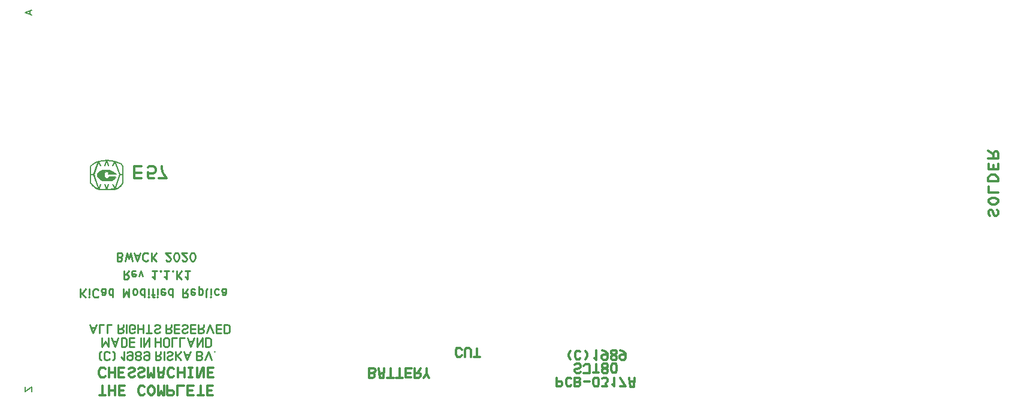
<source format=gbr>
G04 #@! TF.GenerationSoftware,KiCad,Pcbnew,5.1.4+dfsg1-1*
G04 #@! TF.CreationDate,2020-01-26T20:04:24+01:00*
G04 #@! TF.ProjectId,finalchesscard_lvr_draft1,66696e61-6c63-4686-9573-73636172645f,1.1.K1*
G04 #@! TF.SameCoordinates,Original*
G04 #@! TF.FileFunction,Legend,Bot*
G04 #@! TF.FilePolarity,Positive*
%FSLAX46Y46*%
G04 Gerber Fmt 4.6, Leading zero omitted, Abs format (unit mm)*
G04 Created by KiCad (PCBNEW 5.1.4+dfsg1-1) date 2020-01-26 20:04:24*
%MOMM*%
%LPD*%
G04 APERTURE LIST*
%ADD10C,0.220000*%
%ADD11C,0.350000*%
%ADD12C,0.222000*%
%ADD13C,0.300000*%
%ADD14C,0.150000*%
%ADD15C,0.100000*%
G04 APERTURE END LIST*
D10*
X147673057Y-138439514D02*
X147844485Y-138382371D01*
X147901628Y-138325228D01*
X147958771Y-138210942D01*
X147958771Y-138039514D01*
X147901628Y-137925228D01*
X147844485Y-137868085D01*
X147730200Y-137810942D01*
X147273057Y-137810942D01*
X147273057Y-139010942D01*
X147673057Y-139010942D01*
X147787342Y-138953800D01*
X147844485Y-138896657D01*
X147901628Y-138782371D01*
X147901628Y-138668085D01*
X147844485Y-138553800D01*
X147787342Y-138496657D01*
X147673057Y-138439514D01*
X147273057Y-138439514D01*
X148358771Y-139010942D02*
X148644485Y-137810942D01*
X148873057Y-138668085D01*
X149101628Y-137810942D01*
X149387342Y-139010942D01*
X149787342Y-138153800D02*
X150358771Y-138153800D01*
X149673057Y-137810942D02*
X150073057Y-139010942D01*
X150473057Y-137810942D01*
X151558771Y-137925228D02*
X151501628Y-137868085D01*
X151330200Y-137810942D01*
X151215914Y-137810942D01*
X151044485Y-137868085D01*
X150930200Y-137982371D01*
X150873057Y-138096657D01*
X150815914Y-138325228D01*
X150815914Y-138496657D01*
X150873057Y-138725228D01*
X150930200Y-138839514D01*
X151044485Y-138953800D01*
X151215914Y-139010942D01*
X151330200Y-139010942D01*
X151501628Y-138953800D01*
X151558771Y-138896657D01*
X152073057Y-137810942D02*
X152073057Y-139010942D01*
X152758771Y-137810942D02*
X152244485Y-138496657D01*
X152758771Y-139010942D02*
X152073057Y-138325228D01*
X154130200Y-138896657D02*
X154187342Y-138953800D01*
X154301628Y-139010942D01*
X154587342Y-139010942D01*
X154701628Y-138953800D01*
X154758771Y-138896657D01*
X154815914Y-138782371D01*
X154815914Y-138668085D01*
X154758771Y-138496657D01*
X154073057Y-137810942D01*
X154815914Y-137810942D01*
X155558771Y-139010942D02*
X155673057Y-139010942D01*
X155787342Y-138953800D01*
X155844485Y-138896657D01*
X155901628Y-138782371D01*
X155958771Y-138553800D01*
X155958771Y-138268085D01*
X155901628Y-138039514D01*
X155844485Y-137925228D01*
X155787342Y-137868085D01*
X155673057Y-137810942D01*
X155558771Y-137810942D01*
X155444485Y-137868085D01*
X155387342Y-137925228D01*
X155330200Y-138039514D01*
X155273057Y-138268085D01*
X155273057Y-138553800D01*
X155330200Y-138782371D01*
X155387342Y-138896657D01*
X155444485Y-138953800D01*
X155558771Y-139010942D01*
X156415914Y-138896657D02*
X156473057Y-138953800D01*
X156587342Y-139010942D01*
X156873057Y-139010942D01*
X156987342Y-138953800D01*
X157044485Y-138896657D01*
X157101628Y-138782371D01*
X157101628Y-138668085D01*
X157044485Y-138496657D01*
X156358771Y-137810942D01*
X157101628Y-137810942D01*
X157844485Y-139010942D02*
X157958771Y-139010942D01*
X158073057Y-138953800D01*
X158130200Y-138896657D01*
X158187342Y-138782371D01*
X158244485Y-138553800D01*
X158244485Y-138268085D01*
X158187342Y-138039514D01*
X158130200Y-137925228D01*
X158073057Y-137868085D01*
X157958771Y-137810942D01*
X157844485Y-137810942D01*
X157730200Y-137868085D01*
X157673057Y-137925228D01*
X157615914Y-138039514D01*
X157558771Y-138268085D01*
X157558771Y-138553800D01*
X157615914Y-138782371D01*
X157673057Y-138896657D01*
X157730200Y-138953800D01*
X157844485Y-139010942D01*
X142066657Y-142941742D02*
X142066657Y-144141742D01*
X142752371Y-142941742D02*
X142238085Y-143627457D01*
X142752371Y-144141742D02*
X142066657Y-143456028D01*
X143266657Y-142941742D02*
X143266657Y-143741742D01*
X143266657Y-144141742D02*
X143209514Y-144084600D01*
X143266657Y-144027457D01*
X143323800Y-144084600D01*
X143266657Y-144141742D01*
X143266657Y-144027457D01*
X144523800Y-143056028D02*
X144466657Y-142998885D01*
X144295228Y-142941742D01*
X144180942Y-142941742D01*
X144009514Y-142998885D01*
X143895228Y-143113171D01*
X143838085Y-143227457D01*
X143780942Y-143456028D01*
X143780942Y-143627457D01*
X143838085Y-143856028D01*
X143895228Y-143970314D01*
X144009514Y-144084600D01*
X144180942Y-144141742D01*
X144295228Y-144141742D01*
X144466657Y-144084600D01*
X144523800Y-144027457D01*
X145552371Y-142941742D02*
X145552371Y-143570314D01*
X145495228Y-143684600D01*
X145380942Y-143741742D01*
X145152371Y-143741742D01*
X145038085Y-143684600D01*
X145552371Y-142998885D02*
X145438085Y-142941742D01*
X145152371Y-142941742D01*
X145038085Y-142998885D01*
X144980942Y-143113171D01*
X144980942Y-143227457D01*
X145038085Y-143341742D01*
X145152371Y-143398885D01*
X145438085Y-143398885D01*
X145552371Y-143456028D01*
X146638085Y-142941742D02*
X146638085Y-144141742D01*
X146638085Y-142998885D02*
X146523800Y-142941742D01*
X146295228Y-142941742D01*
X146180942Y-142998885D01*
X146123800Y-143056028D01*
X146066657Y-143170314D01*
X146066657Y-143513171D01*
X146123800Y-143627457D01*
X146180942Y-143684600D01*
X146295228Y-143741742D01*
X146523800Y-143741742D01*
X146638085Y-143684600D01*
X148123800Y-142941742D02*
X148123800Y-144141742D01*
X148523800Y-143284600D01*
X148923800Y-144141742D01*
X148923800Y-142941742D01*
X149666657Y-142941742D02*
X149552371Y-142998885D01*
X149495228Y-143056028D01*
X149438085Y-143170314D01*
X149438085Y-143513171D01*
X149495228Y-143627457D01*
X149552371Y-143684600D01*
X149666657Y-143741742D01*
X149838085Y-143741742D01*
X149952371Y-143684600D01*
X150009514Y-143627457D01*
X150066657Y-143513171D01*
X150066657Y-143170314D01*
X150009514Y-143056028D01*
X149952371Y-142998885D01*
X149838085Y-142941742D01*
X149666657Y-142941742D01*
X151095228Y-142941742D02*
X151095228Y-144141742D01*
X151095228Y-142998885D02*
X150980942Y-142941742D01*
X150752371Y-142941742D01*
X150638085Y-142998885D01*
X150580942Y-143056028D01*
X150523800Y-143170314D01*
X150523800Y-143513171D01*
X150580942Y-143627457D01*
X150638085Y-143684600D01*
X150752371Y-143741742D01*
X150980942Y-143741742D01*
X151095228Y-143684600D01*
X151666657Y-142941742D02*
X151666657Y-143741742D01*
X151666657Y-144141742D02*
X151609514Y-144084600D01*
X151666657Y-144027457D01*
X151723800Y-144084600D01*
X151666657Y-144141742D01*
X151666657Y-144027457D01*
X152066657Y-143741742D02*
X152523800Y-143741742D01*
X152238085Y-142941742D02*
X152238085Y-143970314D01*
X152295228Y-144084600D01*
X152409514Y-144141742D01*
X152523800Y-144141742D01*
X152923800Y-142941742D02*
X152923800Y-143741742D01*
X152923800Y-144141742D02*
X152866657Y-144084600D01*
X152923800Y-144027457D01*
X152980942Y-144084600D01*
X152923800Y-144141742D01*
X152923800Y-144027457D01*
X153952371Y-142998885D02*
X153838085Y-142941742D01*
X153609514Y-142941742D01*
X153495228Y-142998885D01*
X153438085Y-143113171D01*
X153438085Y-143570314D01*
X153495228Y-143684600D01*
X153609514Y-143741742D01*
X153838085Y-143741742D01*
X153952371Y-143684600D01*
X154009514Y-143570314D01*
X154009514Y-143456028D01*
X153438085Y-143341742D01*
X155038085Y-142941742D02*
X155038085Y-144141742D01*
X155038085Y-142998885D02*
X154923800Y-142941742D01*
X154695228Y-142941742D01*
X154580942Y-142998885D01*
X154523800Y-143056028D01*
X154466657Y-143170314D01*
X154466657Y-143513171D01*
X154523800Y-143627457D01*
X154580942Y-143684600D01*
X154695228Y-143741742D01*
X154923800Y-143741742D01*
X155038085Y-143684600D01*
X157209514Y-142941742D02*
X156809514Y-143513171D01*
X156523800Y-142941742D02*
X156523800Y-144141742D01*
X156980942Y-144141742D01*
X157095228Y-144084600D01*
X157152371Y-144027457D01*
X157209514Y-143913171D01*
X157209514Y-143741742D01*
X157152371Y-143627457D01*
X157095228Y-143570314D01*
X156980942Y-143513171D01*
X156523800Y-143513171D01*
X158180942Y-142998885D02*
X158066657Y-142941742D01*
X157838085Y-142941742D01*
X157723800Y-142998885D01*
X157666657Y-143113171D01*
X157666657Y-143570314D01*
X157723800Y-143684600D01*
X157838085Y-143741742D01*
X158066657Y-143741742D01*
X158180942Y-143684600D01*
X158238085Y-143570314D01*
X158238085Y-143456028D01*
X157666657Y-143341742D01*
X158752371Y-143741742D02*
X158752371Y-142541742D01*
X158752371Y-143684600D02*
X158866657Y-143741742D01*
X159095228Y-143741742D01*
X159209514Y-143684600D01*
X159266657Y-143627457D01*
X159323800Y-143513171D01*
X159323800Y-143170314D01*
X159266657Y-143056028D01*
X159209514Y-142998885D01*
X159095228Y-142941742D01*
X158866657Y-142941742D01*
X158752371Y-142998885D01*
X160009514Y-142941742D02*
X159895228Y-142998885D01*
X159838085Y-143113171D01*
X159838085Y-144141742D01*
X160466657Y-142941742D02*
X160466657Y-143741742D01*
X160466657Y-144141742D02*
X160409514Y-144084600D01*
X160466657Y-144027457D01*
X160523800Y-144084600D01*
X160466657Y-144141742D01*
X160466657Y-144027457D01*
X161552371Y-142998885D02*
X161438085Y-142941742D01*
X161209514Y-142941742D01*
X161095228Y-142998885D01*
X161038085Y-143056028D01*
X160980942Y-143170314D01*
X160980942Y-143513171D01*
X161038085Y-143627457D01*
X161095228Y-143684600D01*
X161209514Y-143741742D01*
X161438085Y-143741742D01*
X161552371Y-143684600D01*
X162580942Y-142941742D02*
X162580942Y-143570314D01*
X162523800Y-143684600D01*
X162409514Y-143741742D01*
X162180942Y-143741742D01*
X162066657Y-143684600D01*
X162580942Y-142998885D02*
X162466657Y-142941742D01*
X162180942Y-142941742D01*
X162066657Y-142998885D01*
X162009514Y-143113171D01*
X162009514Y-143227457D01*
X162066657Y-143341742D01*
X162180942Y-143398885D01*
X162466657Y-143398885D01*
X162580942Y-143456028D01*
X148863542Y-140350942D02*
X148463542Y-140922371D01*
X148177828Y-140350942D02*
X148177828Y-141550942D01*
X148634971Y-141550942D01*
X148749257Y-141493800D01*
X148806400Y-141436657D01*
X148863542Y-141322371D01*
X148863542Y-141150942D01*
X148806400Y-141036657D01*
X148749257Y-140979514D01*
X148634971Y-140922371D01*
X148177828Y-140922371D01*
X149834971Y-140408085D02*
X149720685Y-140350942D01*
X149492114Y-140350942D01*
X149377828Y-140408085D01*
X149320685Y-140522371D01*
X149320685Y-140979514D01*
X149377828Y-141093800D01*
X149492114Y-141150942D01*
X149720685Y-141150942D01*
X149834971Y-141093800D01*
X149892114Y-140979514D01*
X149892114Y-140865228D01*
X149320685Y-140750942D01*
X150292114Y-141150942D02*
X150577828Y-140350942D01*
X150863542Y-141150942D01*
X152863542Y-140350942D02*
X152177828Y-140350942D01*
X152520685Y-140350942D02*
X152520685Y-141550942D01*
X152406400Y-141379514D01*
X152292114Y-141265228D01*
X152177828Y-141208085D01*
X153377828Y-140465228D02*
X153434971Y-140408085D01*
X153377828Y-140350942D01*
X153320685Y-140408085D01*
X153377828Y-140465228D01*
X153377828Y-140350942D01*
X154577828Y-140350942D02*
X153892114Y-140350942D01*
X154234971Y-140350942D02*
X154234971Y-141550942D01*
X154120685Y-141379514D01*
X154006400Y-141265228D01*
X153892114Y-141208085D01*
X155092114Y-140465228D02*
X155149257Y-140408085D01*
X155092114Y-140350942D01*
X155034971Y-140408085D01*
X155092114Y-140465228D01*
X155092114Y-140350942D01*
X155663542Y-140350942D02*
X155663542Y-141550942D01*
X156349257Y-140350942D02*
X155834971Y-141036657D01*
X156349257Y-141550942D02*
X155663542Y-140865228D01*
X157492114Y-140350942D02*
X156806400Y-140350942D01*
X157149257Y-140350942D02*
X157149257Y-141550942D01*
X157034971Y-141379514D01*
X156920685Y-141265228D01*
X156806400Y-141208085D01*
D11*
X217201800Y-154781138D02*
X217678000Y-154781138D01*
X209978600Y-156051138D02*
X209502400Y-156051138D01*
X210137400Y-156209938D02*
X209978600Y-156051138D01*
X210137400Y-156527438D02*
X210137400Y-156209938D01*
X209899200Y-156686138D02*
X210137400Y-156527438D01*
X209343600Y-156686138D02*
X209899200Y-156686138D01*
X209343600Y-155495538D02*
X209343600Y-156686138D01*
X211248600Y-156686138D02*
X211407400Y-156527438D01*
X210851800Y-156686138D02*
X211248600Y-156686138D01*
X210693000Y-156368738D02*
X210851800Y-156686138D01*
X210693000Y-155813038D02*
X210693000Y-156368738D01*
X210851800Y-155495538D02*
X210693000Y-155813038D01*
X211248600Y-155495538D02*
X210851800Y-155495538D01*
X211407400Y-155654338D02*
X211248600Y-155495538D01*
X212518600Y-155495538D02*
X211963000Y-155495538D01*
X212677400Y-155654338D02*
X212518600Y-155495538D01*
X212677400Y-155813038D02*
X212677400Y-155654338D01*
X212439200Y-156130538D02*
X212677400Y-155813038D01*
D12*
X145875200Y-151781038D02*
X145688500Y-151781038D01*
X146061900Y-151858838D02*
X145875200Y-151781038D01*
X146155200Y-152014338D02*
X146061900Y-151858838D01*
X144786300Y-151858838D02*
X144972900Y-151781038D01*
X144692900Y-152014338D02*
X144786300Y-151858838D01*
X144692900Y-152792138D02*
X144692900Y-152014338D01*
X144786300Y-152947638D02*
X144692900Y-152792138D01*
X144972900Y-153025438D02*
X144786300Y-152947638D01*
D11*
X217043000Y-152796838D02*
X217043000Y-152479338D01*
X217201800Y-152955538D02*
X217043000Y-152796838D01*
X217678000Y-152955538D02*
X217201800Y-152955538D01*
X217836800Y-152796838D02*
X217678000Y-152955538D01*
X217836800Y-152479338D02*
X217836800Y-152796838D01*
X217043000Y-152082438D02*
X217836800Y-152479338D01*
X217043000Y-151764938D02*
X217043000Y-152082438D01*
X217201800Y-151606138D02*
X217043000Y-151764938D01*
X217678000Y-151606138D02*
X217201800Y-151606138D01*
X217836800Y-151764938D02*
X217678000Y-151606138D01*
X217836800Y-152082438D02*
X217836800Y-151764938D01*
X217043000Y-152479338D02*
X217836800Y-152082438D01*
D12*
X162795100Y-147971038D02*
X162328400Y-147971038D01*
X162981800Y-148048838D02*
X162795100Y-147971038D01*
X163075100Y-148204338D02*
X162981800Y-148048838D01*
X163075100Y-148982138D02*
X163075100Y-148204338D01*
X162981800Y-149137638D02*
X163075100Y-148982138D01*
X162795100Y-149215438D02*
X162981800Y-149137638D01*
X162328400Y-149215438D02*
X162795100Y-149215438D01*
X162328400Y-147971038D02*
X162328400Y-149215438D01*
X161239600Y-148593238D02*
X161892900Y-148593238D01*
X161239600Y-149215438D02*
X161892900Y-149215438D01*
X161239600Y-147971038D02*
X161239600Y-149215438D01*
X161892900Y-147971038D02*
X161239600Y-147971038D01*
X160337300Y-147971038D02*
X160804000Y-149215438D01*
X159870600Y-149215438D02*
X160337300Y-147971038D01*
X159155000Y-148593238D02*
X158688400Y-148593238D01*
X159341700Y-148671038D02*
X159155000Y-148593238D01*
X159435000Y-148826538D02*
X159341700Y-148671038D01*
X159435000Y-148982138D02*
X159435000Y-148826538D01*
X159341700Y-149137638D02*
X159435000Y-148982138D01*
X159155000Y-149215438D02*
X159341700Y-149137638D01*
X158688400Y-149215438D02*
X159155000Y-149215438D01*
X158688400Y-147971038D02*
X158688400Y-149215438D01*
X159435000Y-148282138D02*
X159435000Y-147971038D01*
X159341700Y-148437638D02*
X159435000Y-148282138D01*
X159061700Y-148593238D02*
X159341700Y-148437638D01*
X157599400Y-148593238D02*
X158252800Y-148593238D01*
X157599400Y-149215438D02*
X158252800Y-149215438D01*
X157599400Y-147971038D02*
X157599400Y-149215438D01*
X158252800Y-147971038D02*
X157599400Y-147971038D01*
X157070500Y-149137638D02*
X157163800Y-148982138D01*
D11*
X211883600Y-154622438D02*
X212121800Y-154860538D01*
X211883600Y-154384338D02*
X211883600Y-154622438D01*
X212121800Y-154225538D02*
X211883600Y-154384338D01*
X212518600Y-154146138D02*
X212121800Y-154225538D01*
X212756800Y-153987438D02*
X212518600Y-154146138D01*
X212756800Y-153749338D02*
X212756800Y-153987438D01*
X212518600Y-153511138D02*
X212756800Y-153749338D01*
X212121800Y-153511138D02*
X212518600Y-153511138D01*
X211883600Y-153669938D02*
X212121800Y-153511138D01*
X213391800Y-153590538D02*
X213153600Y-153828738D01*
X213868000Y-153590538D02*
X213391800Y-153590538D01*
X214026800Y-153828738D02*
X213868000Y-153590538D01*
X214026800Y-154860538D02*
X214026800Y-153828738D01*
X213153600Y-154860538D02*
X214026800Y-154860538D01*
X214899900Y-154781138D02*
X214899900Y-153590538D01*
X215296800Y-154781138D02*
X214503000Y-154781138D01*
X211052800Y-152508238D02*
X211290900Y-152905138D01*
X211052800Y-152111438D02*
X211052800Y-152508238D01*
X211290900Y-151714538D02*
X211052800Y-152111438D01*
X213629900Y-152082438D02*
X213391800Y-151685538D01*
D13*
X183021600Y-154862362D02*
X183435600Y-154860662D01*
X183218900Y-154836762D02*
X183021600Y-154862362D01*
X183439600Y-154778562D02*
X183218900Y-154836762D01*
X183598300Y-154731062D02*
X183439600Y-154778562D01*
X183713400Y-154662262D02*
X183598300Y-154731062D01*
X183758700Y-154543162D02*
X183713400Y-154662262D01*
X183713400Y-154305062D02*
X183758700Y-154543162D01*
X183515000Y-154185962D02*
X183713400Y-154305062D01*
X182840300Y-154185962D02*
X183515000Y-154185962D01*
X182840300Y-155535362D02*
X182840300Y-154185962D01*
X189230000Y-154185962D02*
X189230000Y-155495662D01*
X188039400Y-154820962D02*
X188674400Y-154820962D01*
X187960000Y-154185962D02*
X188833100Y-154185962D01*
X187960000Y-155455962D02*
X187960000Y-154185962D01*
X188793400Y-155455962D02*
X187960000Y-155455962D01*
X185856600Y-154185962D02*
X185855100Y-155477662D01*
X186293100Y-155495662D02*
X185374500Y-155500362D01*
X184904100Y-154900362D02*
X184277400Y-154907662D01*
X184856300Y-155504062D02*
X184990300Y-154202562D01*
X184343500Y-155507962D02*
X184856300Y-155504062D01*
X184182200Y-154200662D02*
X184343500Y-155507962D01*
X183356200Y-155535362D02*
X182840300Y-155535362D01*
X183475300Y-155455962D02*
X183356200Y-155535362D01*
X183554700Y-155336962D02*
X183475300Y-155455962D01*
X183597200Y-155146262D02*
X183554700Y-155336962D01*
X183554700Y-155019462D02*
X183597200Y-155146262D01*
X183435600Y-154860662D02*
X183554700Y-155019462D01*
D12*
X147997900Y-148671038D02*
X147811200Y-148593238D01*
X148091200Y-148826538D02*
X147997900Y-148671038D01*
X148091200Y-148982138D02*
X148091200Y-148826538D01*
X147997900Y-149137638D02*
X148091200Y-148982138D01*
X147811200Y-149215438D02*
X147997900Y-149137638D01*
X147344600Y-149215438D02*
X147811200Y-149215438D01*
X147344600Y-147971038D02*
X147344600Y-149215438D01*
X148091200Y-148282138D02*
X148091200Y-147971038D01*
X147997900Y-148437638D02*
X148091200Y-148282138D01*
X147717900Y-148593238D02*
X147997900Y-148437638D01*
X145801400Y-147971038D02*
X146454700Y-147971038D01*
X145801400Y-149215438D02*
X145801400Y-147971038D01*
X144712400Y-147971038D02*
X145365800Y-147971038D01*
X144712400Y-149215438D02*
X144712400Y-147971038D01*
X143530200Y-148437638D02*
X144090200Y-148437638D01*
X143810200Y-149215438D02*
X144276900Y-147971038D01*
X143343600Y-147971038D02*
X143810200Y-149215438D01*
X160185600Y-149876038D02*
X159718900Y-149876038D01*
X160372200Y-149953838D02*
X160185600Y-149876038D01*
X160465600Y-150109338D02*
X160372200Y-149953838D01*
X160465600Y-150887138D02*
X160465600Y-150109338D01*
X160372200Y-151042638D02*
X160465600Y-150887138D01*
X160185600Y-151120438D02*
X160372200Y-151042638D01*
X159718900Y-151120438D02*
X160185600Y-151120438D01*
X159718900Y-149876038D02*
X159718900Y-151120438D01*
X159283300Y-149876038D02*
X159283300Y-151120438D01*
X158536600Y-151120438D02*
X159283300Y-149876038D01*
X158536600Y-149876038D02*
X158536600Y-151120438D01*
X157354400Y-150342638D02*
X157914400Y-150342638D01*
X157634400Y-151120438D02*
X158101000Y-149876038D01*
X157167700Y-149876038D02*
X157634400Y-151120438D01*
X156078800Y-149876038D02*
X156732100Y-149876038D01*
D14*
X147351800Y-128666838D02*
X146875500Y-128825538D01*
X147748600Y-128349338D02*
X147351800Y-128666838D01*
X148066100Y-127952438D02*
X147748600Y-128349338D01*
X148066100Y-125571138D02*
X148066100Y-127952438D01*
X147748600Y-125253738D02*
X148066100Y-125571138D01*
X147351800Y-125015538D02*
X147748600Y-125253738D01*
X146875500Y-124856838D02*
X147351800Y-125015538D01*
X145764200Y-124698038D02*
X146875500Y-124856838D01*
X144653000Y-124856838D02*
X145764200Y-124698038D01*
X144256100Y-125015538D02*
X144653000Y-124856838D01*
X143859200Y-125253738D02*
X144256100Y-125015538D01*
X143462400Y-125571138D02*
X143859200Y-125253738D01*
D15*
X145923000Y-126603038D02*
X145923000Y-126682438D01*
X146002400Y-126523738D02*
X145923000Y-126603038D01*
X146002400Y-126444338D02*
X146002400Y-126523738D01*
X145843600Y-126285538D02*
X146002400Y-126444338D01*
X145684900Y-126285538D02*
X145843600Y-126285538D01*
D12*
X149409700Y-152403238D02*
X149409700Y-152481038D01*
X149409700Y-152014338D02*
X149409700Y-152403238D01*
X149316400Y-151858838D02*
X149409700Y-152014338D01*
X149129700Y-151781038D02*
X149316400Y-151858838D01*
X148943000Y-151781038D02*
X149129700Y-151781038D01*
X148756400Y-151858838D02*
X148943000Y-151781038D01*
X148663000Y-152014338D02*
X148756400Y-151858838D01*
X148227400Y-153025438D02*
X148227400Y-151781038D01*
X147760700Y-152558838D02*
X148227400Y-153025438D01*
X146777500Y-151858838D02*
X146590800Y-151781038D01*
X146870800Y-152014338D02*
X146777500Y-151858838D01*
X146870800Y-152792138D02*
X146870800Y-152014338D01*
X146777500Y-152947638D02*
X146870800Y-152792138D01*
X146590800Y-153025438D02*
X146777500Y-152947638D01*
X146061900Y-152947638D02*
X146155200Y-152792138D01*
X145875200Y-153025438D02*
X146061900Y-152947638D01*
X145688500Y-153025438D02*
X145875200Y-153025438D01*
X145501900Y-152947638D02*
X145688500Y-153025438D01*
X145408500Y-152792138D02*
X145501900Y-152947638D01*
X145408500Y-152014338D02*
X145408500Y-152792138D01*
X145501900Y-151858838D02*
X145408500Y-152014338D01*
X145688500Y-151781038D02*
X145501900Y-151858838D01*
X154935500Y-151858838D02*
X155028800Y-152014338D01*
X154748800Y-151781038D02*
X154935500Y-151858838D01*
X154562100Y-151781038D02*
X154748800Y-151781038D01*
X154375500Y-151858838D02*
X154562100Y-151781038D01*
X154282100Y-152014338D02*
X154375500Y-151858838D01*
X153846500Y-151781038D02*
X153846500Y-153025438D01*
X153130900Y-152403238D02*
X152664200Y-152403238D01*
X153317600Y-152481038D02*
X153130900Y-152403238D01*
X153410900Y-152636538D02*
X153317600Y-152481038D01*
X153410900Y-152792138D02*
X153410900Y-152636538D01*
X153317600Y-152947638D02*
X153410900Y-152792138D01*
X153130900Y-153025438D02*
X153317600Y-152947638D01*
X152664200Y-153025438D02*
X153130900Y-153025438D01*
X152664200Y-151781038D02*
X152664200Y-153025438D01*
X153410900Y-152092138D02*
X153410900Y-151781038D01*
X153317600Y-152247638D02*
X153410900Y-152092138D01*
X153037600Y-152403238D02*
X153317600Y-152247638D01*
X151774300Y-152792138D02*
X151774300Y-152403238D01*
X151681000Y-152947638D02*
X151774300Y-152792138D01*
X151494300Y-153025438D02*
X151681000Y-152947638D01*
X151307600Y-153025438D02*
X151494300Y-153025438D01*
X151121000Y-152947638D02*
X151307600Y-153025438D01*
X151027600Y-152792138D02*
X151121000Y-152947638D01*
D11*
X212042400Y-156130538D02*
X212439200Y-156130538D01*
X212598000Y-156130538D02*
X212042400Y-156130538D01*
X212598000Y-156527438D02*
X212598000Y-156130538D01*
X212439200Y-156686138D02*
X212598000Y-156527438D01*
X211883600Y-156686138D02*
X212439200Y-156686138D01*
X211883600Y-155495538D02*
X211883600Y-156686138D01*
X213233000Y-156051138D02*
X214026800Y-156051138D01*
X215931800Y-155495538D02*
X215773000Y-155654338D01*
X216328600Y-155495538D02*
X215931800Y-155495538D01*
X216566800Y-155733738D02*
X216328600Y-155495538D01*
X216566800Y-156051138D02*
X216566800Y-155733738D01*
X216487400Y-156130538D02*
X216566800Y-156051138D01*
X216249200Y-156289338D02*
X216487400Y-156130538D01*
X216249200Y-156448038D02*
X216249200Y-156289338D01*
X216487400Y-156686138D02*
X216249200Y-156448038D01*
X215773000Y-156686138D02*
X216487400Y-156686138D01*
X217439900Y-156686138D02*
X217201800Y-156448038D01*
D13*
X187126600Y-154185962D02*
X187125100Y-155477662D01*
X187563100Y-155495662D02*
X186644500Y-155500362D01*
X190936600Y-154979762D02*
X190936600Y-154185962D01*
X190936600Y-154940062D02*
X190500000Y-155495662D01*
X191333400Y-155495662D02*
X190936600Y-154940062D01*
X189666600Y-154860662D02*
X190103100Y-154185962D01*
X189944400Y-154860662D02*
X189230000Y-154860662D01*
X190103100Y-154979762D02*
X189944400Y-154860662D01*
X190103100Y-155257562D02*
X190103100Y-154979762D01*
X189825300Y-155495662D02*
X190103100Y-155257562D01*
X189230000Y-155495662D02*
X189825300Y-155495662D01*
X196580100Y-151304662D02*
X196977000Y-151304662D01*
X196342000Y-151542862D02*
X196580100Y-151304662D01*
X196342000Y-152574662D02*
X196342000Y-151542862D01*
X195707000Y-151304662D02*
X195945100Y-151542862D01*
X195230800Y-151304662D02*
X195707000Y-151304662D01*
X195072000Y-151701562D02*
X195230800Y-151304662D01*
X195072000Y-152177862D02*
X195072000Y-151701562D01*
X195310100Y-152574662D02*
X195072000Y-152177862D01*
X195707000Y-152574662D02*
X195310100Y-152574662D01*
X195945100Y-152336562D02*
X195707000Y-152574662D01*
D11*
X217439900Y-155495538D02*
X217439900Y-156686138D01*
X219106800Y-156686138D02*
X218313000Y-155495538D01*
X218313000Y-156686138D02*
X219106800Y-156686138D01*
X220297400Y-156051138D02*
X219662400Y-156051138D01*
X219741800Y-156765538D02*
X219583000Y-155495538D01*
X220218000Y-156765538D02*
X219741800Y-156765538D01*
X220376800Y-155495538D02*
X220218000Y-156765538D01*
X271097400Y-123904338D02*
X270303600Y-123348738D01*
X271097400Y-124380538D02*
X271097400Y-123904338D01*
X271097400Y-123666138D02*
X271097400Y-124380538D01*
X271335500Y-123428038D02*
X271097400Y-123666138D01*
X271573600Y-123428038D02*
X271335500Y-123428038D01*
X271732400Y-123666138D02*
X271573600Y-123428038D01*
X271732400Y-124459938D02*
X271732400Y-123666138D01*
X270303600Y-124459938D02*
X271732400Y-124459938D01*
X270303600Y-127158738D02*
X270303600Y-127714338D01*
X270700500Y-126761838D02*
X270303600Y-127158738D01*
X153886600Y-157972738D02*
X153886600Y-156623438D01*
X153727800Y-157972738D02*
X153886600Y-157972738D01*
X153461600Y-157404338D02*
X153727800Y-157972738D01*
X153172200Y-157972738D02*
X153461600Y-157404338D01*
X153013500Y-157972738D02*
X153172200Y-157972738D01*
X153013500Y-156623438D02*
X153013500Y-157972738D01*
X150949700Y-157972738D02*
X151108500Y-157814038D01*
X150473500Y-157972738D02*
X150949700Y-157972738D01*
X150235300Y-157575938D02*
X150473500Y-157972738D01*
X150235400Y-157020338D02*
X150235300Y-157575938D01*
X150473500Y-156623438D02*
X150235400Y-157020338D01*
X150949700Y-156623438D02*
X150473500Y-156623438D01*
X151108500Y-156782138D02*
X150949700Y-156623438D01*
D13*
X198088200Y-152574662D02*
X198088200Y-151384000D01*
X198485100Y-152574662D02*
X197612000Y-152574662D01*
X197215100Y-151542862D02*
X197215100Y-152574662D01*
X196977000Y-151304662D02*
X197215100Y-151542862D01*
D12*
X150498700Y-152481038D02*
X150312000Y-152403238D01*
X150592000Y-152636538D02*
X150498700Y-152481038D01*
X150592000Y-152792138D02*
X150592000Y-152636538D01*
X150498700Y-152947638D02*
X150592000Y-152792138D01*
X150312000Y-153025438D02*
X150498700Y-152947638D01*
X150125300Y-153025438D02*
X150312000Y-153025438D01*
X149938700Y-152947638D02*
X150125300Y-153025438D01*
X149845300Y-152792138D02*
X149938700Y-152947638D01*
X149845300Y-152636538D02*
X149845300Y-152792138D01*
X149938700Y-152481038D02*
X149845300Y-152636538D01*
X150125300Y-152403238D02*
X149938700Y-152481038D01*
X150312000Y-152403238D02*
X150125300Y-152403238D01*
X149409700Y-152792138D02*
X149409700Y-152403238D01*
X149316400Y-152947638D02*
X149409700Y-152792138D01*
X149129700Y-153025438D02*
X149316400Y-152947638D01*
X148943000Y-153025438D02*
X149129700Y-153025438D01*
X148756400Y-152947638D02*
X148943000Y-153025438D01*
X148663000Y-152792138D02*
X148756400Y-152947638D01*
X148663000Y-152558838D02*
X148663000Y-152792138D01*
X148756400Y-152403238D02*
X148663000Y-152558838D01*
X148943000Y-152325438D02*
X148756400Y-152403238D01*
X149129700Y-152325438D02*
X148943000Y-152325438D01*
X149409700Y-152481038D02*
X149129700Y-152325438D01*
D11*
X155765500Y-156606838D02*
X156638600Y-156606838D01*
X155765500Y-157956138D02*
X155765500Y-156606838D01*
X155051100Y-157321138D02*
X154416100Y-157321138D01*
X155209900Y-157479938D02*
X155051100Y-157321138D01*
X155209900Y-157797438D02*
X155209900Y-157479938D01*
X155051100Y-157956138D02*
X155209900Y-157797438D01*
X154416100Y-157956138D02*
X155051100Y-157956138D01*
X154336800Y-157876838D02*
X154416100Y-157956138D01*
X154336800Y-156606838D02*
X154336800Y-157876838D01*
X151902200Y-156623438D02*
X151584700Y-157020338D01*
X152219700Y-156623438D02*
X151902200Y-156623438D01*
X152537200Y-157020338D02*
X152219700Y-156623438D01*
X152537200Y-157575938D02*
X152537200Y-157020338D01*
X152219700Y-157972738D02*
X152537200Y-157575938D01*
X151902200Y-157972738D02*
X152219700Y-157972738D01*
X151584700Y-157575938D02*
X151902200Y-157972738D01*
X151584700Y-157020338D02*
X151584700Y-157575938D01*
D12*
X159216600Y-152792138D02*
X159216600Y-152636538D01*
X159123300Y-152947638D02*
X159216600Y-152792138D01*
X158936600Y-153025438D02*
X159123300Y-152947638D01*
X158469900Y-153025438D02*
X158936600Y-153025438D01*
X158469900Y-151781038D02*
X158469900Y-153025438D01*
X156833400Y-152247638D02*
X157393400Y-152247638D01*
X157113400Y-153025438D02*
X157580100Y-151781038D01*
X156646700Y-151781038D02*
X157113400Y-153025438D01*
X155744400Y-152403238D02*
X156211100Y-151781038D01*
X155464400Y-152169938D02*
X156211100Y-153025438D01*
X155464400Y-151781038D02*
X155464400Y-153025438D01*
X154935500Y-152947638D02*
X155028800Y-152792138D01*
X154748800Y-153025438D02*
X154935500Y-152947638D01*
X154562100Y-153025438D02*
X154748800Y-153025438D01*
X154375500Y-152947638D02*
X154562100Y-153025438D01*
X154282100Y-152792138D02*
X154375500Y-152947638D01*
X154282100Y-152636538D02*
X154282100Y-152792138D01*
X154375500Y-152481038D02*
X154282100Y-152636538D01*
X154562100Y-152403238D02*
X154375500Y-152481038D01*
X154748800Y-152403238D02*
X154562100Y-152403238D01*
X154935500Y-152325438D02*
X154748800Y-152403238D01*
X155028800Y-152169938D02*
X154935500Y-152325438D01*
X155028800Y-152014338D02*
X155028800Y-152169938D01*
D11*
X218471800Y-152241138D02*
X219106800Y-152241138D01*
X218233600Y-152399938D02*
X218471800Y-152241138D01*
X218233600Y-152717438D02*
X218233600Y-152399938D01*
X218471800Y-152955538D02*
X218233600Y-152717438D01*
X218868600Y-152955538D02*
X218471800Y-152955538D01*
X219106800Y-152717438D02*
X218868600Y-152955538D01*
X219106800Y-152082438D02*
X219106800Y-152717438D01*
X218630500Y-151685538D02*
X219106800Y-152082438D01*
X218313000Y-151606138D02*
X218630500Y-151685538D01*
X215931800Y-152241138D02*
X216566800Y-152241138D01*
X215693600Y-152399938D02*
X215931800Y-152241138D01*
X215693600Y-152717438D02*
X215693600Y-152399938D01*
X215931800Y-152955538D02*
X215693600Y-152717438D01*
X216328600Y-152955538D02*
X215931800Y-152955538D01*
X216566800Y-152717438D02*
X216328600Y-152955538D01*
X216566800Y-152082438D02*
X216566800Y-152717438D01*
X216090500Y-151685538D02*
X216566800Y-152082438D01*
X215773000Y-151606138D02*
X216090500Y-151685538D01*
X212518600Y-154860538D02*
X212756800Y-154701838D01*
X212121800Y-154860538D02*
X212518600Y-154860538D01*
D12*
X156883800Y-149215438D02*
X157070500Y-149137638D01*
X156697200Y-149215438D02*
X156883800Y-149215438D01*
X156510500Y-149137638D02*
X156697200Y-149215438D01*
X156417200Y-148982138D02*
X156510500Y-149137638D01*
X156417200Y-148826538D02*
X156417200Y-148982138D01*
X156510500Y-148671038D02*
X156417200Y-148826538D01*
X156697200Y-148593238D02*
X156510500Y-148671038D01*
X156883800Y-148593238D02*
X156697200Y-148593238D01*
X157070500Y-148515438D02*
X156883800Y-148593238D01*
X157163800Y-148359938D02*
X157070500Y-148515438D01*
X157163800Y-148204338D02*
X157163800Y-148359938D01*
X157070500Y-148048838D02*
X157163800Y-148204338D01*
X156883800Y-147971038D02*
X157070500Y-148048838D01*
X156697200Y-147971038D02*
X156883800Y-147971038D01*
X156510500Y-148048838D02*
X156697200Y-147971038D01*
X156417200Y-148204338D02*
X156510500Y-148048838D01*
X155328200Y-148593238D02*
X155981600Y-148593238D01*
X155328200Y-149215438D02*
X155981600Y-149215438D01*
X155328200Y-147971038D02*
X155328200Y-149215438D01*
X155981600Y-147971038D02*
X155328200Y-147971038D01*
X154612600Y-148593238D02*
X154146000Y-148593238D01*
X154799300Y-148671038D02*
X154612600Y-148593238D01*
X154892600Y-148826538D02*
X154799300Y-148671038D01*
X154892600Y-148982138D02*
X154892600Y-148826538D01*
X154799300Y-149137638D02*
X154892600Y-148982138D01*
X154612600Y-149215438D02*
X154799300Y-149137638D01*
X154146000Y-149215438D02*
X154612600Y-149215438D01*
X154146000Y-147971038D02*
X154146000Y-149215438D01*
X154892600Y-148282138D02*
X154892600Y-147971038D01*
X154799300Y-148437638D02*
X154892600Y-148282138D01*
X154519300Y-148593238D02*
X154799300Y-148437638D01*
X153162700Y-149137638D02*
X153256000Y-148982138D01*
X152976000Y-149215438D02*
X153162700Y-149137638D01*
X152789400Y-149215438D02*
X152976000Y-149215438D01*
X156078800Y-151120438D02*
X156078800Y-149876038D01*
X154989900Y-149876038D02*
X155643200Y-149876038D01*
X154989900Y-151120438D02*
X154989900Y-149876038D01*
X154460900Y-151042638D02*
X154554300Y-150887138D01*
X154274300Y-151120438D02*
X154460900Y-151042638D01*
X154087600Y-151120438D02*
X154274300Y-151120438D01*
X153900900Y-151042638D02*
X154087600Y-151120438D01*
X153807600Y-150887138D02*
X153900900Y-151042638D01*
X153807600Y-150109338D02*
X153807600Y-150887138D01*
X153900900Y-149953838D02*
X153807600Y-150109338D01*
X154087600Y-149876038D02*
X153900900Y-149953838D01*
X154274300Y-149876038D02*
X154087600Y-149876038D01*
X154460900Y-149953838D02*
X154274300Y-149876038D01*
X154554300Y-150109338D02*
X154460900Y-149953838D01*
X154554300Y-150887138D02*
X154554300Y-150109338D01*
X152625300Y-150498238D02*
X153372000Y-150498238D01*
X153372000Y-149876038D02*
X153372000Y-151120438D01*
X152625300Y-149876038D02*
X152625300Y-151120438D01*
X151735400Y-149876038D02*
X151735400Y-151120438D01*
X150988700Y-151120438D02*
X151735400Y-149876038D01*
X150988700Y-149876038D02*
X150988700Y-151120438D01*
X150553100Y-149876038D02*
X150553100Y-151120438D01*
X149009900Y-150498238D02*
X149663200Y-150498238D01*
X149009900Y-151120438D02*
X149663200Y-151120438D01*
X149009900Y-149876038D02*
X149009900Y-151120438D01*
X149663200Y-149876038D02*
X149009900Y-149876038D01*
X148294300Y-149876038D02*
X147827600Y-149876038D01*
X148480900Y-149953838D02*
X148294300Y-149876038D01*
X148574300Y-150109338D02*
X148480900Y-149953838D01*
X148574300Y-150887138D02*
X148574300Y-150109338D01*
D11*
X211963000Y-152003038D02*
X211963000Y-152558738D01*
X212121800Y-151685538D02*
X211963000Y-152003038D01*
X212518600Y-151685538D02*
X212121800Y-151685538D01*
X212677400Y-151844338D02*
X212518600Y-151685538D01*
X214503000Y-156368738D02*
X214661800Y-156686138D01*
X214503000Y-155813038D02*
X214503000Y-156368738D01*
X214661800Y-155495538D02*
X214503000Y-155813038D01*
X215138000Y-155495538D02*
X214661800Y-155495538D01*
X215296800Y-155813038D02*
X215138000Y-155495538D01*
X215296800Y-156368738D02*
X215296800Y-155813038D01*
X215138000Y-156686138D02*
X215296800Y-156368738D01*
X214661800Y-156686138D02*
X215138000Y-156686138D01*
X217043000Y-154384338D02*
X217201800Y-154781138D01*
X217043000Y-153908038D02*
X217043000Y-154384338D01*
X217201800Y-153511138D02*
X217043000Y-153908038D01*
X217678000Y-153511138D02*
X217201800Y-153511138D01*
X217836800Y-153908038D02*
X217678000Y-153511138D01*
X217836800Y-154384338D02*
X217836800Y-153908038D01*
X217678000Y-154781138D02*
X217836800Y-154384338D01*
X147510500Y-157956138D02*
X147510500Y-156606838D01*
X148304200Y-157956138D02*
X147510500Y-157956138D01*
X146954900Y-156606838D02*
X146954900Y-157956138D01*
X146954900Y-157321138D02*
X146954900Y-156606838D01*
X146081800Y-157321138D02*
X146954900Y-157321138D01*
X146081800Y-157956138D02*
X146081800Y-157321138D01*
X146081800Y-156606838D02*
X146081800Y-157956138D01*
X159972400Y-157321138D02*
X160607400Y-157321138D01*
X159972400Y-156606838D02*
X160766100Y-156606838D01*
X159972400Y-157956138D02*
X159972400Y-156606838D01*
X160766100Y-157956138D02*
X159972400Y-157956138D01*
X157194200Y-157321138D02*
X157829200Y-157321138D01*
X159019900Y-157956138D02*
X159019900Y-156606838D01*
X158623000Y-157956138D02*
X159496100Y-157956138D01*
X157194200Y-156606838D02*
X157988000Y-156606838D01*
X157194200Y-157956138D02*
X157194200Y-156606838D01*
X157988000Y-157956138D02*
X157194200Y-157956138D01*
D12*
X151027600Y-152558838D02*
X151027600Y-152792138D01*
X151121000Y-152403238D02*
X151027600Y-152558838D01*
X151307600Y-152325438D02*
X151121000Y-152403238D01*
X151494300Y-152325438D02*
X151307600Y-152325438D01*
X151774300Y-152481038D02*
X151494300Y-152325438D01*
X151774300Y-152403238D02*
X151774300Y-152481038D01*
X151774300Y-152014338D02*
X151774300Y-152403238D01*
X151681000Y-151858838D02*
X151774300Y-152014338D01*
X151494300Y-151781038D02*
X151681000Y-151858838D01*
X151307600Y-151781038D02*
X151494300Y-151781038D01*
X151121000Y-151858838D02*
X151307600Y-151781038D01*
X151027600Y-152014338D02*
X151121000Y-151858838D01*
X149938700Y-152325438D02*
X150125300Y-152403238D01*
X149845300Y-152169938D02*
X149938700Y-152325438D01*
X149845300Y-152014338D02*
X149845300Y-152169938D01*
X149938700Y-151858838D02*
X149845300Y-152014338D01*
X150125300Y-151781038D02*
X149938700Y-151858838D01*
X150312000Y-151781038D02*
X150125300Y-151781038D01*
X150498700Y-151858838D02*
X150312000Y-151781038D01*
X150592000Y-152014338D02*
X150498700Y-151858838D01*
X150592000Y-152169938D02*
X150592000Y-152014338D01*
X150498700Y-152325438D02*
X150592000Y-152169938D01*
X150312000Y-152403238D02*
X150498700Y-152325438D01*
D11*
X148224900Y-155416138D02*
X147431100Y-155416138D01*
X146954900Y-154066838D02*
X146954900Y-155416138D01*
X146954900Y-154781138D02*
X146954900Y-154066838D01*
X146081800Y-154781138D02*
X146954900Y-154781138D01*
X146081800Y-155416138D02*
X146081800Y-154781138D01*
X146081800Y-154066838D02*
X146081800Y-155416138D01*
X145393500Y-155432738D02*
X145552200Y-155274038D01*
X144917200Y-155432738D02*
X145393500Y-155432738D01*
X144679100Y-155035938D02*
X144917200Y-155432738D01*
X144679100Y-154480338D02*
X144679100Y-155035938D01*
X144917200Y-154083438D02*
X144679100Y-154480338D01*
X145393500Y-154083438D02*
X144917200Y-154083438D01*
X145552200Y-154242138D02*
X145393500Y-154083438D01*
X145129200Y-157956138D02*
X145129200Y-156606838D01*
X144732400Y-157956138D02*
X145605500Y-157956138D01*
X147510500Y-157321138D02*
X148145500Y-157321138D01*
X147510500Y-156606838D02*
X148304200Y-156606838D01*
X155844900Y-154066838D02*
X155844900Y-155416138D01*
X155077200Y-155432738D02*
X155236000Y-155274038D01*
X154601000Y-155432738D02*
X155077200Y-155432738D01*
X154362800Y-155035938D02*
X154601000Y-155432738D01*
X154362800Y-154480338D02*
X154362800Y-155035938D01*
X154601000Y-154083438D02*
X154362800Y-154480338D01*
X155077200Y-154083438D02*
X154601000Y-154083438D01*
X155236000Y-154242138D02*
X155077200Y-154083438D01*
X152457800Y-155432738D02*
X152457800Y-154083438D01*
X152299100Y-155432738D02*
X152457800Y-155432738D01*
X152032800Y-154864338D02*
X152299100Y-155432738D01*
X151743400Y-155432738D02*
X152032800Y-154864338D01*
X151584700Y-155432738D02*
X151743400Y-155432738D01*
X151584700Y-154083438D02*
X151584700Y-155432738D01*
X147431100Y-154781138D02*
X148066100Y-154781138D01*
X147431100Y-154066838D02*
X148224900Y-154066838D01*
X147431100Y-155416138D02*
X147431100Y-154066838D01*
X153066800Y-154066838D02*
X153146100Y-155416138D01*
X157353000Y-155416138D02*
X157829200Y-155416138D01*
X157591100Y-154066838D02*
X157591100Y-155416138D01*
X157353000Y-154066838D02*
X157829200Y-154066838D01*
X158543600Y-155416138D02*
X158543600Y-154066838D01*
X158781800Y-155416138D02*
X158543600Y-155416138D01*
X159258000Y-154066838D02*
X158781800Y-155416138D01*
X159496100Y-154066838D02*
X159258000Y-154066838D01*
X159496100Y-155416138D02*
X159496100Y-154066838D01*
X160051800Y-154781138D02*
X160686800Y-154781138D01*
X160051800Y-154066838D02*
X160845500Y-154066838D01*
X160051800Y-155416138D02*
X160051800Y-154066838D01*
X160845500Y-155416138D02*
X160051800Y-155416138D01*
X156718000Y-154066838D02*
X156718000Y-155416138D01*
X156718000Y-154781138D02*
X156718000Y-154066838D01*
X155844900Y-154781138D02*
X156718000Y-154781138D01*
X155844900Y-155416138D02*
X155844900Y-154781138D01*
X150844200Y-154066838D02*
X151082400Y-154304938D01*
X150447400Y-154066838D02*
X150844200Y-154066838D01*
X150209200Y-154225538D02*
X150447400Y-154066838D01*
X149494900Y-155416138D02*
X149733000Y-155257438D01*
X149098000Y-155416138D02*
X149494900Y-155416138D01*
X148859900Y-155178038D02*
X149098000Y-155416138D01*
X148859900Y-154939938D02*
X148859900Y-155178038D01*
X149098000Y-154781138D02*
X148859900Y-154939938D01*
X149494900Y-154701838D02*
X149098000Y-154781138D01*
X149733000Y-154543038D02*
X149494900Y-154701838D01*
X149733000Y-154304938D02*
X149733000Y-154543038D01*
X149494900Y-154066838D02*
X149733000Y-154304938D01*
X149098000Y-154066838D02*
X149494900Y-154066838D01*
X148859900Y-154225538D02*
X149098000Y-154066838D01*
X153146100Y-154781138D02*
X153781100Y-154781138D01*
X153701800Y-155416138D02*
X153860500Y-154066838D01*
X153146100Y-155416138D02*
X153701800Y-155416138D01*
X213629900Y-152479338D02*
X213629900Y-152082438D01*
X213391800Y-152876138D02*
X213629900Y-152479338D01*
X214899900Y-152955538D02*
X214661800Y-152717438D01*
X214899900Y-151606138D02*
X214899900Y-152955538D01*
X215773000Y-154701838D02*
X215773000Y-154384338D01*
X215931800Y-154860538D02*
X215773000Y-154701838D01*
X216408000Y-154860538D02*
X215931800Y-154860538D01*
X216566800Y-154701838D02*
X216408000Y-154860538D01*
X216566800Y-154384338D02*
X216566800Y-154701838D01*
X215773000Y-153987438D02*
X216566800Y-154384338D01*
X215773000Y-153669938D02*
X215773000Y-153987438D01*
X215931800Y-153511138D02*
X215773000Y-153669938D01*
X216408000Y-153511138D02*
X215931800Y-153511138D01*
X216566800Y-153669938D02*
X216408000Y-153511138D01*
X216566800Y-153987438D02*
X216566800Y-153669938D01*
X215773000Y-154384338D02*
X216566800Y-153987438D01*
X212518600Y-152876138D02*
X212677400Y-152717438D01*
X212121800Y-152876138D02*
X212518600Y-152876138D01*
X211963000Y-152558738D02*
X212121800Y-152876138D01*
D15*
X146478600Y-126206138D02*
X146081800Y-126047438D01*
X147113600Y-126682438D02*
X146478600Y-126206138D01*
X145923000Y-126682438D02*
X147113600Y-126682438D01*
G36*
X146478600Y-126206138D02*
G01*
X147113600Y-126682438D01*
X145923000Y-126682438D01*
X145923000Y-126603038D01*
X146002400Y-126523738D01*
X146002400Y-126444338D01*
X145843600Y-126285538D01*
X145684900Y-126285538D01*
X145446800Y-126523738D01*
X145446800Y-126999938D01*
X145684900Y-127238038D01*
X145843600Y-127238038D01*
X146081800Y-126999938D01*
X146954900Y-126999938D01*
X147034200Y-127079338D01*
X147034200Y-127158738D01*
X146637400Y-127476138D01*
X146399200Y-127555538D01*
X145129200Y-127555538D01*
X144811800Y-127396838D01*
X144414900Y-126999938D01*
X144414900Y-126603038D01*
X144811800Y-126206138D01*
X145129200Y-126047438D01*
X146081800Y-126047438D01*
X146478600Y-126206138D01*
G37*
D11*
X153543000Y-125809338D02*
X153543000Y-125571138D01*
X153622400Y-126285538D02*
X153543000Y-125809338D01*
X153781100Y-126682438D02*
X153622400Y-126285538D01*
X154019200Y-126999938D02*
X153781100Y-126682438D01*
X154257400Y-127238038D02*
X154019200Y-126999938D01*
X153146100Y-127238038D02*
X154257400Y-127238038D01*
X151796800Y-125571138D02*
X151558600Y-125729938D01*
X152352400Y-125571138D02*
X151796800Y-125571138D01*
X152590500Y-125729938D02*
X152352400Y-125571138D01*
X152669900Y-125968038D02*
X152590500Y-125729938D01*
X152669900Y-126206138D02*
X152669900Y-125968038D01*
X152590500Y-126444338D02*
X152669900Y-126206138D01*
X152352400Y-126603038D02*
X152590500Y-126444338D01*
X151796800Y-126603038D02*
X152352400Y-126603038D01*
X151558600Y-126444338D02*
X151796800Y-126603038D01*
X151558600Y-127079338D02*
X151558600Y-126444338D01*
X151717400Y-127238038D02*
X151558600Y-127079338D01*
X152431800Y-127238038D02*
X151717400Y-127238038D01*
X150685500Y-126523738D02*
X149733000Y-126523738D01*
X149653600Y-127238038D02*
X150685500Y-127238038D01*
X149653600Y-125571138D02*
X149653600Y-127238038D01*
X150685500Y-125571138D02*
X149653600Y-125571138D01*
X150844200Y-155416138D02*
X151082400Y-155257438D01*
X150447400Y-155416138D02*
X150844200Y-155416138D01*
X150209200Y-155178038D02*
X150447400Y-155416138D01*
X150209200Y-154939938D02*
X150209200Y-155178038D01*
X150447400Y-154781138D02*
X150209200Y-154939938D01*
X150844200Y-154701838D02*
X150447400Y-154781138D01*
X151082400Y-154543038D02*
X150844200Y-154701838D01*
X151082400Y-154304938D02*
X151082400Y-154543038D01*
D14*
X146002400Y-128111138D02*
X145764200Y-128904938D01*
X146954900Y-128746138D02*
X146637400Y-128111138D01*
X147589900Y-126761838D02*
X146954900Y-128746138D01*
X146954900Y-124936138D02*
X147589900Y-126761838D01*
X146637400Y-125491838D02*
X146954900Y-124936138D01*
X145764200Y-124698038D02*
X146002400Y-125491838D01*
X145526100Y-125491838D02*
X145764200Y-124698038D01*
X144573600Y-124936138D02*
X144891100Y-125491838D01*
X143938600Y-126761838D02*
X144573600Y-124936138D01*
X148066100Y-126761838D02*
X147589900Y-126761838D01*
X143462400Y-126761838D02*
X143938600Y-126761838D01*
X143462400Y-127952438D02*
X143462400Y-125571138D01*
X143859200Y-128349338D02*
X143462400Y-127952438D01*
X144256100Y-128666838D02*
X143859200Y-128349338D01*
X144653000Y-128825538D02*
X144256100Y-128666838D01*
X145764200Y-128904938D02*
X144653000Y-128825538D01*
X146875500Y-128825538D02*
X145764200Y-128904938D01*
D11*
X271698500Y-125996638D02*
X270349100Y-125996638D01*
X271698500Y-125202938D02*
X271698500Y-125996638D01*
X270349100Y-129330438D02*
X270349100Y-128457238D01*
X271698500Y-129330438D02*
X270349100Y-129330438D01*
X270365700Y-130653738D02*
X270762600Y-130971138D01*
X270365700Y-130336138D02*
X270365700Y-130653738D01*
X270762600Y-130018738D02*
X270365700Y-130336138D01*
X271318200Y-130018738D02*
X270762600Y-130018738D01*
X271715000Y-130336238D02*
X271318200Y-130018738D01*
X271715000Y-130653738D02*
X271715000Y-130336238D01*
X271318200Y-130971138D02*
X271715000Y-130653738D01*
X270762600Y-130971138D02*
X271318200Y-130971138D01*
D14*
X144653000Y-128825538D02*
X143938600Y-126761838D01*
X144891100Y-128111138D02*
X144653000Y-128825538D01*
X145764200Y-128904938D02*
X145526100Y-128111138D01*
D12*
X152602700Y-149137638D02*
X152789400Y-149215438D01*
X152509400Y-148982138D02*
X152602700Y-149137638D01*
X152509400Y-148826538D02*
X152509400Y-148982138D01*
X152602700Y-148671038D02*
X152509400Y-148826538D01*
X152789400Y-148593238D02*
X152602700Y-148671038D01*
X152976000Y-148593238D02*
X152789400Y-148593238D01*
X153162700Y-148515438D02*
X152976000Y-148593238D01*
X153256000Y-148359938D02*
X153162700Y-148515438D01*
X153256000Y-148204338D02*
X153256000Y-148359938D01*
X153162700Y-148048838D02*
X153256000Y-148204338D01*
X152976000Y-147971038D02*
X153162700Y-148048838D01*
X152789400Y-147971038D02*
X152976000Y-147971038D01*
X152602700Y-148048838D02*
X152789400Y-147971038D01*
X152509400Y-148204338D02*
X152602700Y-148048838D01*
X151327000Y-149215438D02*
X152073700Y-149215438D01*
X151700400Y-147971038D02*
X151700400Y-149215438D01*
X150144800Y-148593238D02*
X150891400Y-148593238D01*
X150891400Y-147971038D02*
X150891400Y-149215438D01*
X150144800Y-147971038D02*
X150144800Y-149215438D01*
X149615800Y-149137638D02*
X149709100Y-148982138D01*
X149429100Y-149215438D02*
X149615800Y-149137638D01*
X149242400Y-149215438D02*
X149429100Y-149215438D01*
X149055800Y-149137638D02*
X149242400Y-149215438D01*
X148962400Y-148982138D02*
X149055800Y-149137638D01*
X148962400Y-148204338D02*
X148962400Y-148982138D01*
X149055800Y-148048838D02*
X148962400Y-148204338D01*
X149242400Y-147971038D02*
X149055800Y-148048838D01*
X149429100Y-147971038D02*
X149242400Y-147971038D01*
X149615800Y-148048838D02*
X149429100Y-147971038D01*
X149709100Y-148204338D02*
X149615800Y-148048838D01*
X149709100Y-148593238D02*
X149709100Y-148204338D01*
X149335800Y-148593238D02*
X149709100Y-148593238D01*
X148526800Y-147971038D02*
X148526800Y-149215438D01*
X147811200Y-148593238D02*
X147344600Y-148593238D01*
D11*
X271335500Y-126761838D02*
X270700500Y-126761838D01*
X271732400Y-127238038D02*
X271335500Y-126761838D01*
X271732400Y-127714338D02*
X271732400Y-127238038D01*
X270303600Y-127714338D02*
X271732400Y-127714338D01*
X271698500Y-131949738D02*
X271539700Y-131711638D01*
X271698400Y-132346638D02*
X271698500Y-131949738D01*
X271460300Y-132584738D02*
X271698400Y-132346638D01*
X271222200Y-132584738D02*
X271460300Y-132584738D01*
X271063400Y-132346638D02*
X271222200Y-132584738D01*
X270984100Y-131949738D02*
X271063400Y-132346638D01*
X270825300Y-131711638D02*
X270984100Y-131949738D01*
X270587200Y-131711638D02*
X270825300Y-131711638D01*
X270349100Y-131949738D02*
X270587200Y-131711638D01*
X270349100Y-132346638D02*
X270349100Y-131949738D01*
X270507800Y-132584738D02*
X270349100Y-132346638D01*
X271063500Y-125996638D02*
X271063400Y-125361638D01*
X270349100Y-125996638D02*
X270349100Y-125202938D01*
D15*
X145446800Y-126523738D02*
X145684900Y-126285538D01*
X145446800Y-126999938D02*
X145446800Y-126523738D01*
X145684900Y-127238038D02*
X145446800Y-126999938D01*
X145843600Y-127238038D02*
X145684900Y-127238038D01*
X146081800Y-126999938D02*
X145843600Y-127238038D01*
X146954900Y-126999938D02*
X146081800Y-126999938D01*
X147034200Y-127079338D02*
X146954900Y-126999938D01*
X147034200Y-127158738D02*
X147034200Y-127079338D01*
X146637400Y-127476138D02*
X147034200Y-127158738D01*
X146399200Y-127555538D02*
X146637400Y-127476138D01*
X145129200Y-127555538D02*
X146399200Y-127555538D01*
X144811800Y-127396838D02*
X145129200Y-127555538D01*
X144414900Y-126999938D02*
X144811800Y-127396838D01*
X144414900Y-126603038D02*
X144414900Y-126999938D01*
X144811800Y-126206138D02*
X144414900Y-126603038D01*
X145129200Y-126047438D02*
X144811800Y-126206138D01*
X146081800Y-126047438D02*
X145129200Y-126047438D01*
D12*
X148480900Y-151042638D02*
X148574300Y-150887138D01*
X148294300Y-151120438D02*
X148480900Y-151042638D01*
X147827600Y-151120438D02*
X148294300Y-151120438D01*
X147827600Y-149876038D02*
X147827600Y-151120438D01*
X146645400Y-150342638D02*
X147205400Y-150342638D01*
X146925400Y-151120438D02*
X147392000Y-149876038D01*
X146458700Y-149876038D02*
X146925400Y-151120438D01*
X146023100Y-151120438D02*
X146023100Y-149876038D01*
X145556500Y-150342638D02*
X146023100Y-151120438D01*
X145089800Y-151120438D02*
X145556500Y-150342638D01*
X145089800Y-149876038D02*
X145089800Y-151120438D01*
X161021100Y-151781038D02*
X161021100Y-151781038D01*
X160118900Y-151781038D02*
X160585600Y-153025438D01*
X159652200Y-153025438D02*
X160118900Y-151781038D01*
X158469900Y-152403238D02*
X158936600Y-152403238D01*
X158936600Y-151781038D02*
X158469900Y-151781038D01*
X159123300Y-151858838D02*
X158936600Y-151781038D01*
X159216600Y-152014338D02*
X159123300Y-151858838D01*
X159216600Y-152169938D02*
X159216600Y-152014338D01*
X159123300Y-152325438D02*
X159216600Y-152169938D01*
X158936600Y-152403238D02*
X159123300Y-152325438D01*
X159123300Y-152481038D02*
X158936600Y-152403238D01*
X159216600Y-152636538D02*
X159123300Y-152481038D01*
D14*
X143484600Y-126758700D02*
X143903700Y-126758700D01*
X147586700Y-126758700D02*
X148018500Y-126758700D01*
X146964400Y-128714500D02*
X146634200Y-128117600D01*
X147586700Y-126771400D02*
X146964400Y-128714500D01*
X146951700Y-124891800D02*
X147586700Y-126771400D01*
X146634200Y-125501400D02*
X146951700Y-124891800D01*
X145757900Y-124714000D02*
X146011900Y-125501400D01*
X145770600Y-124701300D02*
X145529300Y-125501400D01*
X144576800Y-124929900D02*
X144894300Y-125488700D01*
X143929100Y-126746000D02*
X144576800Y-124929900D01*
X144665700Y-128803400D02*
X143929100Y-126746000D01*
X144881600Y-128104900D02*
X144665700Y-128803400D01*
X145757900Y-128892300D02*
X145999200Y-128117600D01*
X145529300Y-128117600D02*
X145757900Y-128892300D01*
X144665700Y-128828800D02*
X145770600Y-128892300D01*
X144233900Y-128651000D02*
X144665700Y-128828800D01*
X143827500Y-128320800D02*
X144233900Y-128651000D01*
X143459200Y-127952500D02*
X143827500Y-128320800D01*
X143459200Y-125564900D02*
X143459200Y-127952500D01*
X143852900Y-125247400D02*
X143459200Y-125564900D01*
X144284700Y-125006100D02*
X143852900Y-125247400D01*
X144678400Y-124853700D02*
X144284700Y-125006100D01*
X145770600Y-124701300D02*
X144678400Y-124853700D01*
X146913600Y-124866400D02*
X145770600Y-124701300D01*
X147358100Y-125018800D02*
X146913600Y-124866400D01*
X147751800Y-125260100D02*
X147358100Y-125018800D01*
X148069300Y-125577600D02*
X147751800Y-125260100D01*
X148069300Y-127952500D02*
X148069300Y-125577600D01*
X147739100Y-128358900D02*
X148069300Y-127952500D01*
X147358100Y-128663700D02*
X147739100Y-128358900D01*
X146913600Y-128816100D02*
X147358100Y-128663700D01*
X145770600Y-128892300D02*
X146913600Y-128816100D01*
D15*
G36*
X146478600Y-126206200D02*
G01*
X147113600Y-126682500D01*
X145923000Y-126682500D01*
X145923000Y-126603100D01*
X146002400Y-126523800D01*
X146002400Y-126444400D01*
X145843600Y-126285600D01*
X145684900Y-126285600D01*
X145446800Y-126523800D01*
X145446800Y-127000000D01*
X145684900Y-127238100D01*
X145843600Y-127238100D01*
X146081800Y-127000000D01*
X146954900Y-127000000D01*
X147034200Y-127079400D01*
X147034200Y-127158800D01*
X146637400Y-127476200D01*
X146399200Y-127555600D01*
X145129200Y-127555600D01*
X144811800Y-127396900D01*
X144414900Y-127000000D01*
X144414900Y-126603100D01*
X144811800Y-126206200D01*
X145129200Y-126047500D01*
X146081800Y-126047500D01*
X146478600Y-126206200D01*
G37*
D14*
X134914666Y-103581904D02*
X134914666Y-104058095D01*
X135200380Y-103486666D02*
X134200380Y-103820000D01*
X135200380Y-104153333D01*
X134200380Y-156826666D02*
X134200380Y-157493333D01*
X135200380Y-156826666D01*
X135200380Y-157493333D01*
M02*

</source>
